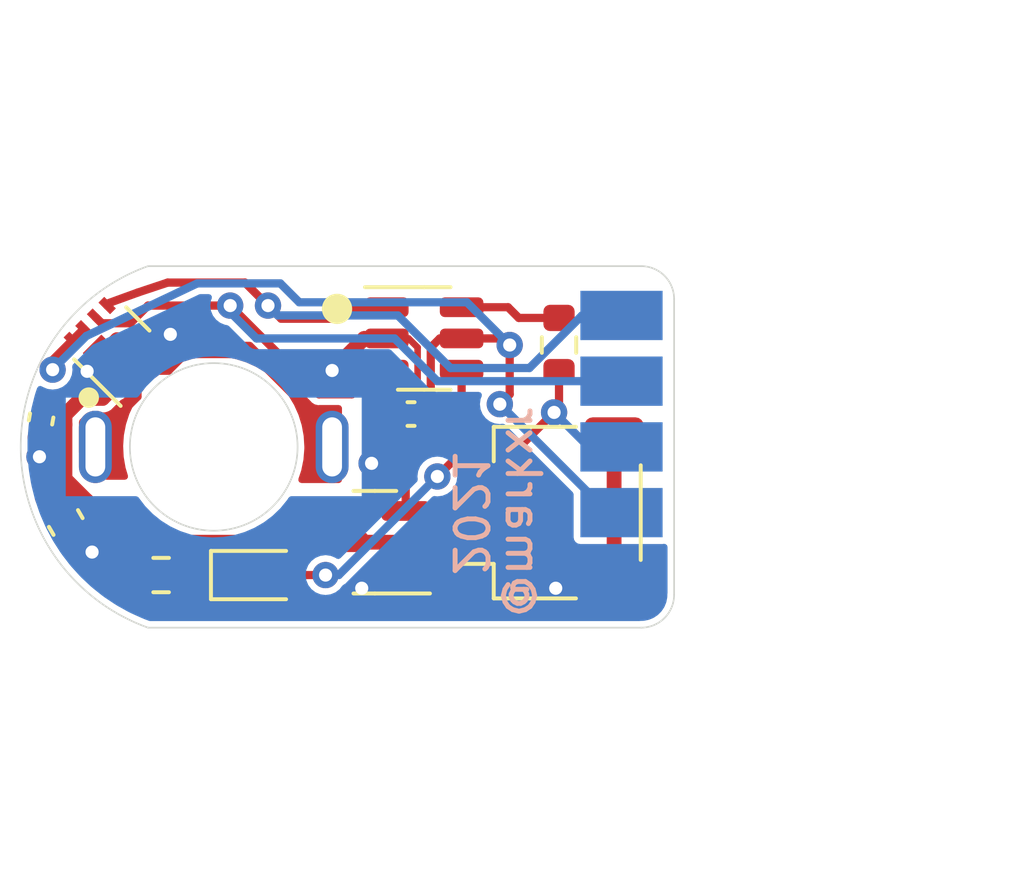
<source format=kicad_pcb>
(kicad_pcb (version 20210108) (generator pcbnew)
  (layers (0 "F.Cu" signal) (31 "B.Cu" signal) (34 "B.Paste" user) (35 "F.Paste" user) (36 "B.SilkS" user "B.Silkscreen") (37 "F.SilkS" user "F.Silkscreen") (38 "B.Mask" user) (39 "F.Mask" user) (44 "Edge.Cuts" user))
  (net 0 "")
  (net 1 "GND")
  (net 2 "VBAT")
  (net 3 "/VLOGIC")
  (net 4 "PWMIN")
  (net 5 "/MOTORF")
  (net 6 "/MOTORR")
  (net 7 "BLINKY")
  (net 8 "Net-(D1-Pad1)")
  (net 9 "/MOTOROUT1")
  (net 10 "/MOTOROUT2")
  (net 11 "/PWMR")
  (footprint "Resistor_SMD:R_0603_1608Metric" (layer "F.Cu") (at 158.4 123.9)
    (fp_text reference "R1" hide)
    (fp_text value "680R" hide)
    (fp_line (start -0.237258 0.5225) (end 0.237258 0.5225) (layer "F.SilkS") (width 0.12))
    (fp_line (start -0.237258 -0.5225) (end 0.237258 -0.5225) (layer "F.SilkS") (width 0.12))
    (pad "1" smd roundrect (at -0.825 0) (size 0.8 0.95) (layers "F.Cu" "F.Paste" "F.Mask") (net 1 "GND"))
    (pad "2" smd roundrect (at 0.825 0) (size 0.8 0.95) (layers "F.Cu" "F.Paste" "F.Mask") (net 8 "Net-(D1-Pad1)"))
  )
  (footprint "Capacitor_SMD:C_0402_1005Metric" (layer "F.Cu") (at 154.75 119.15 -100)
    (fp_text reference "C2" hide)
    (fp_text value "1uF" hide)
    (fp_line (start -0.107836 0.36) (end 0.107836 0.36) (layer "F.SilkS") (width 0.12))
    (fp_line (start -0.107836 -0.36) (end 0.107836 -0.36) (layer "F.SilkS") (width 0.12))
    (pad "1" smd roundrect (at -0.48 0 260) (size 0.56 0.62) (layers "F.Cu" "F.Paste" "F.Mask") (net 2 "VBAT"))
    (pad "2" smd roundrect (at 0.48 0 260) (size 0.56 0.62) (layers "F.Cu" "F.Paste" "F.Mask") (net 1 "GND"))
  )
  (footprint "Connector_JST:JST_SH_SM03B-SRSS-TB_1x03-1MP_P1.00mm_Horizontal" (layer "F.Cu") (at 170.3 122 90)
    (fp_text reference "J1" hide)
    (fp_text value "Servo wire input" hide)
    (fp_line (start 2.61 0.715) (end 2.61 -1.785) (layer "F.SilkS") (width 0.12))
    (fp_line (start -2.61 -1.785) (end -1.56 -1.785) (layer "F.SilkS") (width 0.12))
    (fp_line (start 2.61 -1.785) (end 1.56 -1.785) (layer "F.SilkS") (width 0.12))
    (fp_line (start -2.61 0.715) (end -2.61 -1.785) (layer "F.SilkS") (width 0.12))
    (fp_line (start -1.56 -1.785) (end -1.56 -2.775) (layer "F.SilkS") (width 0.12))
    (fp_line (start -1.44 2.685) (end 1.44 2.685) (layer "F.SilkS") (width 0.12))
    (pad "1" smd roundrect (at -1 -2 90) (size 0.6 1.55) (layers "F.Cu" "F.Paste" "F.Mask") (net 1 "GND"))
    (pad "2" smd roundrect (at 0 -2 90) (size 0.6 1.55) (layers "F.Cu" "F.Paste" "F.Mask") (net 2 "VBAT"))
    (pad "3" smd roundrect (at 1 -2 90) (size 0.6 1.55) (layers "F.Cu" "F.Paste" "F.Mask") (net 4 "PWMIN"))
    (pad "MP" smd roundrect (at -2.3 1.875 90) (size 1.2 1.8) (layers "F.Cu" "F.Paste" "F.Mask") (roundrect_rratio 0.208333) (net 1 "GND"))
    (pad "MP" smd roundrect (at 2.3 1.875 90) (size 1.2 1.8) (layers "F.Cu" "F.Paste" "F.Mask") (roundrect_rratio 0.208333) (net 1 "GND"))
  )
  (footprint "Package_TO_SOT_SMD:SOT-23" (layer "F.Cu") (at 164.9 122.9 180)
    (fp_text reference "U3" hide)
    (fp_text value "AIC1734-33GUTR" hide)
    (fp_line (start 0 -1.56) (end -1.675 -1.56) (layer "F.SilkS") (width 0.12))
    (fp_line (start 0 1.56) (end -0.65 1.56) (layer "F.SilkS") (width 0.12))
    (fp_line (start 0 -1.56) (end 0.65 -1.56) (layer "F.SilkS") (width 0.12))
    (fp_line (start 0 1.56) (end 0.65 1.56) (layer "F.SilkS") (width 0.12))
    (pad "1" smd roundrect (at -0.9375 -0.95 180) (size 1.475 0.6) (layers "F.Cu" "F.Paste" "F.Mask") (net 1 "GND"))
    (pad "2" smd roundrect (at -0.9375 0.95 180) (size 1.475 0.6) (layers "F.Cu" "F.Paste" "F.Mask") (net 3 "/VLOGIC"))
    (pad "3" smd roundrect (at 0.9375 0 180) (size 1.475 0.6) (layers "F.Cu" "F.Paste" "F.Mask") (net 2 "VBAT"))
  )
  (footprint "Capacitor_SMD:C_0402_1005Metric" (layer "F.Cu") (at 166 119 180)
    (fp_text reference "C3" hide)
    (fp_text value "1uF" hide)
    (fp_line (start -0.107836 0.36) (end 0.107836 0.36) (layer "F.SilkS") (width 0.12))
    (fp_line (start -0.107836 -0.36) (end 0.107836 -0.36) (layer "F.SilkS") (width 0.12))
    (pad "1" smd roundrect (at -0.48 0 180) (size 0.56 0.62) (layers "F.Cu" "F.Paste" "F.Mask") (net 3 "/VLOGIC"))
    (pad "2" smd roundrect (at 0.48 0 180) (size 0.56 0.62) (layers "F.Cu" "F.Paste" "F.Mask") (net 1 "GND"))
  )
  (footprint "motorback:drv8837_custom" (layer "F.Cu") (at 156.9 116.9 135)
    (fp_text reference "U1" hide)
    (fp_text value "DRV8837DSGR" hide)
    (fp_line (start -1.5 -1.12) (end 0.5 -1.12) (layer "F.SilkS") (width 0.12))
    (fp_line (start 0.5 1.12) (end -0.5 1.12) (layer "F.SilkS") (width 0.12))
    (pad "1" smd rect (at -0.95 -0.75 135) (size 0.5 0.25) (layers "F.Cu" "F.Paste" "F.Mask") (net 2 "VBAT"))
    (pad "2" smd rect (at -0.95 -0.25 135) (size 0.5 0.25) (layers "F.Cu" "F.Paste" "F.Mask") (net 9 "/MOTOROUT1"))
    (pad "3" smd rect (at -0.95 0.25 135) (size 0.5 0.25) (layers "F.Cu" "F.Paste" "F.Mask") (net 10 "/MOTOROUT2"))
    (pad "4" smd rect (at -0.95 0.75 135) (size 0.5 0.25) (layers "F.Cu" "F.Paste" "F.Mask") (net 1 "GND"))
    (pad "5" smd rect (at 0.95 0.75 135) (size 0.5 0.25) (layers "F.Cu" "F.Paste" "F.Mask") (net 6 "/MOTORR"))
    (pad "6" smd rect (at 0.95 0.25 135) (size 0.5 0.25) (layers "F.Cu" "F.Paste" "F.Mask") (net 5 "/MOTORF"))
    (pad "7" smd rect (at 0.95 -0.25 135) (size 0.5 0.25) (layers "F.Cu" "F.Paste" "F.Mask") (net 3 "/VLOGIC"))
    (pad "8" smd rect (at 0.95 -0.75 135) (size 0.5 0.25) (layers "F.Cu" "F.Paste" "F.Mask") (net 3 "/VLOGIC"))
    (pad "9" smd rect (at 0 -0.4 135) (size 0.9 0.8) (layers "F.Cu" "F.Mask") (net 1 "GND"))
  )
  (footprint "motorback:motorpad" (layer "F.Cu") (at 163.6 120)
    (fp_text reference "J3" hide)
    (fp_text value "Conn_01x01_Male" hide)
    (pad "1" thru_hole oval (at 0 0) (size 1 2.2) (drill oval 0.6 1.8) (layers *.Cu *.Mask) (net 10 "/MOTOROUT2"))
  )
  (footprint "Package_TO_SOT_SMD:SOT-23-6" (layer "F.Cu") (at 166.4 116.7)
    (fp_text reference "U2" hide)
    (fp_text value "ATtiny4-TS" hide)
    (fp_line (start 0 1.56) (end -0.8 1.56) (layer "F.SilkS") (width 0.12))
    (fp_line (start 0 -1.56) (end -1.8 -1.56) (layer "F.SilkS") (width 0.12))
    (fp_line (start 0 -1.56) (end 0.8 -1.56) (layer "F.SilkS") (width 0.12))
    (fp_line (start 0 1.56) (end 0.8 1.56) (layer "F.SilkS") (width 0.12))
    (pad "1" smd roundrect (at -1.1375 -0.95) (size 1.325 0.6) (layers "F.Cu" "F.Paste" "F.Mask") (net 6 "/MOTORR"))
    (pad "2" smd roundrect (at -1.1375 0) (size 1.325 0.6) (layers "F.Cu" "F.Paste" "F.Mask") (net 1 "GND"))
    (pad "3" smd roundrect (at -1.1375 0.95) (size 1.325 0.6) (layers "F.Cu" "F.Paste" "F.Mask") (net 5 "/MOTORF"))
    (pad "4" smd roundrect (at 1.1375 0.95) (size 1.325 0.6) (layers "F.Cu" "F.Paste" "F.Mask") (net 7 "BLINKY"))
    (pad "5" smd roundrect (at 1.1375 0) (size 1.325 0.6) (layers "F.Cu" "F.Paste" "F.Mask") (net 3 "/VLOGIC"))
    (pad "6" smd roundrect (at 1.1375 -0.95) (size 1.325 0.6) (layers "F.Cu" "F.Paste" "F.Mask") (net 11 "/PWMR"))
  )
  (footprint "Capacitor_SMD:C_0603_1608Metric" (layer "F.Cu") (at 155.5 122.3 -60)
    (fp_text reference "C1" hide)
    (fp_text value "10uF" hide)
    (fp_line (start -0.14058 0.51) (end 0.14058 0.51) (layer "F.SilkS") (width 0.12))
    (fp_line (start -0.14058 -0.51) (end 0.14058 -0.51) (layer "F.SilkS") (width 0.12))
    (pad "1" smd roundrect (at -0.775 0 300) (size 0.9 0.95) (layers "F.Cu" "F.Paste" "F.Mask") (net 2 "VBAT"))
    (pad "2" smd roundrect (at 0.775 0 300) (size 0.9 0.95) (layers "F.Cu" "F.Paste" "F.Mask") (net 1 "GND"))
  )
  (footprint "Resistor_SMD:R_0603_1608Metric" (layer "F.Cu") (at 170.5 116.9 90)
    (fp_text reference "R2" hide)
    (fp_text value "680R" hide)
    (fp_line (start -0.237258 0.5225) (end 0.237258 0.5225) (layer "F.SilkS") (width 0.12))
    (fp_line (start -0.237258 -0.5225) (end 0.237258 -0.5225) (layer "F.SilkS") (width 0.12))
    (pad "1" smd roundrect (at -0.825 0 90) (size 0.8 0.95) (layers "F.Cu" "F.Paste" "F.Mask") (net 4 "PWMIN"))
    (pad "2" smd roundrect (at 0.825 0 90) (size 0.8 0.95) (layers "F.Cu" "F.Paste" "F.Mask") (net 11 "/PWMR"))
  )
  (footprint "motorback:motorpad" (layer "F.Cu") (at 156.4 120)
    (fp_text reference "J2" hide)
    (fp_text value "Conn_01x01_Male" hide)
    (pad "1" thru_hole oval (at 0 0) (size 1 2.2) (drill oval 0.6 1.8) (layers *.Cu *.Mask) (net 9 "/MOTOROUT1"))
  )
  (footprint "LED_SMD:LED_0603_1608Metric" (layer "F.Cu") (at 161.4 123.9)
    (fp_text reference "D1" hide)
    (fp_text value "LED" hide)
    (fp_line (start -1.485 0.735) (end 0.8 0.735) (layer "F.SilkS") (width 0.12))
    (fp_line (start 0.8 -0.735) (end -1.485 -0.735) (layer "F.SilkS") (width 0.12))
    (fp_line (start -1.485 -0.735) (end -1.485 0.735) (layer "F.SilkS") (width 0.12))
    (pad "1" smd roundrect (at -0.7875 0) (size 0.875 0.95) (layers "F.Cu" "F.Paste" "F.Mask") (net 8 "Net-(D1-Pad1)"))
    (pad "2" smd roundrect (at 0.7875 0) (size 0.875 0.95) (layers "F.Cu" "F.Paste" "F.Mask") (net 7 "BLINKY"))
  )
  (footprint "motorback:pogopins_5" (layer "B.Cu") (at 172.4 120 90)
    (fp_text reference "J4" hide)
    (fp_text value "prog_pins" hide)
    (pad "1" smd rect (at -4 0 90) (size 1.5 2.5) (layers "B.Cu" "B.Paste" "B.Mask") (net 1 "GND"))
    (pad "2" smd rect (at -2 0 90) (size 1.5 2.5) (layers "B.Cu" "B.Paste" "B.Mask") (net 3 "/VLOGIC"))
    (pad "3" smd rect (at 0 0 90) (size 1.5 2.5) (layers "B.Cu" "B.Paste" "B.Mask") (net 4 "PWMIN"))
    (pad "4" smd rect (at 2 0 90) (size 1.5 2.5) (layers "B.Cu" "B.Paste" "B.Mask") (net 5 "/MOTORF"))
    (pad "5" smd rect (at 4 0 90) (size 1.5 2.5) (layers "B.Cu" "B.Paste" "B.Mask") (net 6 "/MOTORR"))
  )
  (gr_circle (center 163.75 115.8) (end 164.15 115.8) (layer "F.SilkS") (width 0.12) (fill solid))
  (gr_circle (center 156.2 118.5) (end 156.45 118.5) (layer "F.SilkS") (width 0.12) (fill solid))
  (gr_arc (start 173 115.5) (end 174 115.5) (angle -90) (layer "Edge.Cuts") (width 0.05))
  (gr_arc (start 159.972702 120) (end 158 114.5) (angle -140.5369116) (layer "Edge.Cuts") (width 0.05))
  (gr_line (start 158 114.5) (end 173 114.5) (layer "Edge.Cuts") (width 0.05))
  (gr_circle (center 160 120) (end 162.55 120) (layer "Edge.Cuts") (width 0.05) (fill none))
  (gr_line (start 174 115.5) (end 174 124.5) (layer "Edge.Cuts") (width 0.05))
  (gr_arc (start 173 124.5) (end 173 125.5) (angle -90) (layer "Edge.Cuts") (width 0.05))
  (gr_line (start 158 125.5) (end 173 125.5) (layer "Edge.Cuts") (width 0.05))
  (gr_text "@markxr\n2021" (at 168.6 122 270) (layer "B.SilkS") (effects (font (size 1 1)) (justify mirror)))
  (segment (start 156.875 123.2) (end 157.575 123.9) (width 0.45) (layer "F.Cu") (net 1))
  (segment (start 165.2625 116.7) (end 164.57501 116.7) (width 0.45) (layer "F.Cu") (net 1))
  (segment (start 168.3 123) (end 169.1 123) (width 0.45) (layer "F.Cu") (net 1))
  (segment (start 164.95 123.85) (end 164.5 124.3) (width 0.45) (layer "F.Cu") (net 1))
  (segment (start 158.68014 116.57501) (end 158.568493 116.57501) (width 0.45) (layer "F.Cu") (net 1))
  (segment (start 165.52 119) (end 165.1 119) (width 0.2) (layer "F.Cu") (net 1))
  (segment (start 165.52 119) (end 165.5 119.02) (width 0.2) (layer "F.Cu") (net 1))
  (segment (start 165.925 116.7) (end 165.2625 116.7) (width 0.2) (layer "F.Cu") (net 1))
  (segment (start 158.102082 116.902082) (end 158.102082 117.041421) (width 0.45) (layer "F.Cu") (net 1))
  (segment (start 168.3 123) (end 167.4 123.9) (width 0.45) (layer "F.Cu") (net 1))
  (segment (start 166.2 116.975) (end 165.925 116.7) (width 0.2) (layer "F.Cu") (net 1))
  (segment (start 166.2 118.32) (end 166.2 116.975) (width 0.2) (layer "F.Cu") (net 1))
  (segment (start 157.938114 116.738114) (end 158.102082 116.902082) (width 0.45) (layer "F.Cu") (net 1))
  (segment (start 170.4 124.3) (end 172.175 124.3) (width 0.45) (layer "F.Cu") (net 1))
  (segment (start 165.8875 123.9) (end 165.8375 123.85) (width 0.45) (layer "F.Cu") (net 1))
  (segment (start 156.617157 117.182843) (end 157.061886 116.738114) (width 0.45) (layer "F.Cu") (net 1))
  (segment (start 165.1 119) (end 164.8 119.3) (width 0.2) (layer "F.Cu") (net 1))
  (segment (start 156.3 123.2) (end 156.875 123.2) (width 0.45) (layer "F.Cu") (net 1))
  (segment (start 164.57501 116.7) (end 163.6 117.67501) (width 0.45) (layer "F.Cu") (net 1))
  (segment (start 157.061886 116.738114) (end 157.938114 116.738114) (width 0.45) (layer "F.Cu") (net 1))
  (segment (start 172.175 124.3) (end 172.175 119.7) (width 0.45) (layer "F.Cu") (net 1))
  (segment (start 165.52 119) (end 166.2 118.32) (width 0.2) (layer "F.Cu") (net 1))
  (segment (start 165.8375 123.85) (end 164.95 123.85) (width 0.45) (layer "F.Cu") (net 1))
  (segment (start 169.1 123) (end 170.4 124.3) (width 0.45) (layer "F.Cu") (net 1))
  (segment (start 167.4 123.9) (end 165.8875 123.9) (width 0.45) (layer "F.Cu") (net 1))
  (segment (start 154.666649 119.622708) (end 154.666649 120.266649) (width 0.45) (layer "F.Cu") (net 1))
  (segment (start 156.15 117.65) (end 156.15 117.7) (width 0.2) (layer "F.Cu") (net 1))
  (segment (start 154.666649 120.266649) (end 154.7 120.3) (width 0.45) (layer "F.Cu") (net 1))
  (segment (start 156.617157 117.182843) (end 156.15 117.65) (width 0.2) (layer "F.Cu") (net 1))
  (segment (start 164.8 119.3) (end 164.8 120.5) (width 0.2) (layer "F.Cu") (net 1))
  (segment (start 158.568493 116.57501) (end 158.102082 117.041421) (width 0.45) (layer "F.Cu") (net 1))
  (via (at 164.5 124.3) (size 0.8) (drill 0.4) (layers "F.Cu" "B.Cu") (net 1))
  (via (at 156.3 123.2) (size 0.8) (drill 0.4) (layers "F.Cu" "B.Cu") (net 1))
  (via (at 158.68014 116.57501) (size 0.8) (drill 0.4) (layers "F.Cu" "B.Cu") (net 1))
  (via (at 156.15 117.7) (size 0.8) (drill 0.4) (layers "F.Cu" "B.Cu") (net 1))
  (via (at 163.6 117.67501) (size 0.8) (drill 0.4) (layers "F.Cu" "B.Cu") (net 1))
  (via (at 164.8 120.5) (size 0.8) (drill 0.4) (layers "F.Cu" "B.Cu") (net 1))
  (via (at 170.4 124.3) (size 0.8) (drill 0.4) (layers "F.Cu" "B.Cu") (net 1))
  (via (at 154.7 120.3) (size 0.8) (drill 0.4) (layers "F.Cu" "B.Cu") (net 1))
  (segment (start 167.267492 122) (end 166.367492 122.9) (width 0.45) (layer "F.Cu") (net 2))
  (segment (start 156.35 121.85) (end 155.475001 120.975001) (width 0.45) (layer "F.Cu") (net 2))
  (segment (start 155.475001 121.266329) (end 155.475001 120.975001) (width 0.45) (layer "F.Cu") (net 2))
  (segment (start 155.1125 121.62883) (end 156.12883 121.62883) (width 0.45) (layer "F.Cu") (net 2))
  (segment (start 156.618523 118.52498) (end 155.97502 118.52498) (width 0.45) (layer "F.Cu") (net 2))
  (segment (start 156.12883 121.62883) (end 156.35 121.85) (width 0.45) (layer "F.Cu") (net 2))
  (segment (start 155.475001 119.318942) (end 155.475001 119.024999) (width 0.45) (layer "F.Cu") (net 2))
  (segment (start 163.9625 122.9) (end 157.7875 122.9) (width 0.45) (layer "F.Cu") (net 2))
  (segment (start 154.833351 118.677292) (end 155.475001 119.318942) (width 0.45) (layer "F.Cu") (net 2))
  (segment (start 166.367492 122.9) (end 163.9625 122.9) (width 0.45) (layer "F.Cu") (net 2))
  (segment (start 156.9875 122.1) (end 156.6 122.1) (width 0.45) (layer "F.Cu") (net 2))
  (segment (start 155.1125 121.62883) (end 155.475001 121.266329) (width 0.45) (layer "F.Cu") (net 2))
  (segment (start 155.475001 120.975001) (end 155.475001 119.318942) (width 0.45) (layer "F.Cu") (net 2))
  (segment (start 168.3 122) (end 167.267492 122) (width 0.45) (layer "F.Cu") (net 2))
  (segment (start 157.041421 118.102082) (end 156.618523 118.52498) (width 0.45) (layer "F.Cu") (net 2))
  (segment (start 157.7875 122.9) (end 156.9875 122.1) (width 0.45) (layer "F.Cu") (net 2))
  (segment (start 155.475001 119.024999) (end 155.97502 118.52498) (width 0.45) (layer "F.Cu") (net 2))
  (segment (start 156.6 122.1) (end 156.35 121.85) (width 0.45) (layer "F.Cu") (net 2))
  (segment (start 166.48 119) (end 165.8375 119.6425) (width 0.25) (layer "F.Cu") (net 3))
  (segment (start 155.697918 116.758579) (end 155.1 117.356497) (width 0.25) (layer "F.Cu") (net 3))
  (segment (start 166.875 116.7) (end 166.6 116.975) (width 0.25) (layer "F.Cu") (net 3))
  (segment (start 165.8375 119.6425) (end 165.8375 121.95) (width 0.25) (layer "F.Cu") (net 3))
  (segment (start 168.8 116.7) (end 169 116.9) (width 0.25) (layer "F.Cu") (net 3))
  (segment (start 155.1 117.356497) (end 155.1 117.65) (width 0.25) (layer "F.Cu") (net 3))
  (segment (start 167.5375 116.7) (end 168.8 116.7) (width 0.25) (layer "F.Cu") (net 3))
  (segment (start 156.051472 116.405025) (end 155.697918 116.758579) (width 0.25) (layer "F.Cu") (net 3))
  (segment (start 166.6 118.88) (end 166.48 119) (width 0.25) (layer "F.Cu") (net 3))
  (segment (start 169 116.9) (end 169 118.4) (width 0.25) (layer "F.Cu") (net 3))
  (segment (start 167.5375 116.7) (end 166.875 116.7) (width 0.25) (layer "F.Cu") (net 3))
  (segment (start 169 118.4) (end 168.7 118.7) (width 0.25) (layer "F.Cu") (net 3))
  (segment (start 166.6 116.975) (end 166.6 118.88) (width 0.25) (layer "F.Cu") (net 3))
  (via (at 169 116.9) (size 0.8) (drill 0.4) (layers "F.Cu" "B.Cu") (net 3))
  (via (at 155.1 117.65) (size 0.8) (drill 0.4) (layers "F.Cu" "B.Cu") (net 3))
  (via (at 168.7 118.7) (size 0.8) (drill 0.4) (layers "F.Cu" "B.Cu") (net 3))
  (segment (start 168.7 118.7) (end 172 122) (width 0.25) (layer "B.Cu") (net 3))
  (segment (start 156.125 116.625) (end 155.1 117.65) (width 0.25) (layer "B.Cu") (net 3))
  (segment (start 172 122) (end 172.4 122) (width 0.25) (layer "B.Cu") (net 3))
  (segment (start 162.6 115.6) (end 162.024989 115.024989) (width 0.25) (layer "B.Cu") (net 3))
  (segment (start 169 116.9) (end 167.7 115.6) (width 0.25) (layer "B.Cu") (net 3))
  (segment (start 159.5 115.024989) (end 156.125 116.625) (width 0.25) (layer "B.Cu") (net 3))
  (segment (start 167.7 115.6) (end 162.6 115.6) (width 0.25) (layer "B.Cu") (net 3))
  (segment (start 162.024989 115.024989) (end 159.5 115.024989) (width 0.25) (layer "B.Cu") (net 3))
  (segment (start 170.35 118.95) (end 170.5 118.8) (width 0.25) (layer "F.Cu") (net 4))
  (segment (start 170.5 118.8) (end 170.5 117.725) (width 0.25) (layer "F.Cu") (net 4))
  (segment (start 168.3 121) (end 170.35 118.95) (width 0.25) (layer "F.Cu") (net 4))
  (via (at 170.35 118.95) (size 0.8) (drill 0.4) (layers "F.Cu" "B.Cu") (net 4))
  (segment (start 172.4 120) (end 171.4 120) (width 0.25) (layer "B.Cu") (net 4))
  (segment (start 171.4 120) (end 170.35 118.95) (width 0.25) (layer "B.Cu") (net 4))
  (segment (start 156.405025 116.051472) (end 156.591656 116.238103) (width 0.25) (layer "F.Cu") (net 5))
  (segment (start 158.000996 115.7) (end 160.5 115.7) (width 0.25) (layer "F.Cu") (net 5))
  (segment (start 157.462893 116.238103) (end 158.000996 115.7) (width 0.25) (layer "F.Cu") (net 5))
  (segment (start 164.95 117.65) (end 164.2 118.4) (width 0.25) (layer "F.Cu") (net 5))
  (segment (start 156.591656 116.238103) (end 157.462893 116.238103) (width 0.25) (layer "F.Cu") (net 5))
  (segment (start 164.2 118.4) (end 163.2 118.4) (width 0.25) (layer "F.Cu") (net 5))
  (segment (start 163.2 118.4) (end 163.150011 118.350011) (width 0.25) (layer "F.Cu") (net 5))
  (segment (start 165.2625 117.65) (end 164.95 117.65) (width 0.25) (layer "F.Cu") (net 5))
  (segment (start 163.2 118.4) (end 160.5 115.7) (width 0.25) (layer "F.Cu") (net 5))
  (via (at 160.5 115.7) (size 0.8) (drill 0.4) (layers "F.Cu" "B.Cu") (net 5))
  (segment (start 160.5 115.7) (end 160.5 115.9) (width 0.25) (layer "B.Cu") (net 5))
  (segment (start 166.8 118) (end 172.4 118) (width 0.25) (layer "B.Cu") (net 5))
  (segment (start 165.5 116.7) (end 166.8 118) (width 0.25) (layer "B.Cu") (net 5))
  (segment (start 161.3 116.7) (end 165.5 116.7) (width 0.25) (layer "B.Cu") (net 5))
  (segment (start 160.5 115.9) (end 161.3 116.7) (width 0.25) (layer "B.Cu") (net 5))
  (segment (start 162.05 116.1) (end 161.65 115.7) (width 0.25) (layer "F.Cu") (net 6))
  (segment (start 163.95 115.75) (end 163.6 116.1) (width 0.25) (layer "F.Cu") (net 6))
  (segment (start 157.7 115.3) (end 156.758579 115.641421) (width 0.25) (layer "F.Cu") (net 6))
  (segment (start 158.6 115) (end 157.7 115.3) (width 0.25) (layer "F.Cu") (net 6))
  (segment (start 165.2625 115.75) (end 163.95 115.75) (width 0.25) (layer "F.Cu") (net 6))
  (segment (start 160.95 115) (end 158.6 115) (width 0.25) (layer "F.Cu") (net 6))
  (segment (start 163.6 116.1) (end 162.05 116.1) (width 0.25) (layer "F.Cu") (net 6))
  (segment (start 161.65 115.7) (end 160.95 115) (width 0.25) (layer "F.Cu") (net 6))
  (segment (start 156.758579 115.641421) (end 156.758579 115.697918) (width 0.25) (layer "F.Cu") (net 6))
  (via (at 161.65 115.7) (size 0.8) (drill 0.4) (layers "F.Cu" "B.Cu") (net 6))
  (segment (start 172.4 116) (end 171.2 116) (width 0.25) (layer "B.Cu") (net 6))
  (segment (start 161.950011 116.000011) (end 161.65 115.7) (width 0.25) (layer "B.Cu") (net 6))
  (segment (start 171.2 116) (end 169.6 117.6) (width 0.25) (layer "B.Cu") (net 6))
  (segment (start 169.6 117.6) (end 167.2 117.6) (width 0.25) (layer "B.Cu") (net 6))
  (segment (start 167.2 117.6) (end 165.600011 116.000011) (width 0.25) (layer "B.Cu") (net 6))
  (segment (start 165.600011 116.000011) (end 161.950011 116.000011) (width 0.25) (layer "B.Cu") (net 6))
  (segment (start 166.8 120.9) (end 167.464631 120.235369) (width 0.25) (layer "F.Cu") (net 7))
  (segment (start 162.1875 123.9) (end 163.4 123.9) (width 0.25) (layer "F.Cu") (net 7))
  (segment (start 167.5375 118.657864) (end 167.464631 118.730733) (width 0.25) (layer "F.Cu") (net 7))
  (segment (start 167.464631 120.235369) (end 167.464631 118.730733) (width 0.25) (layer "F.Cu") (net 7))
  (segment (start 167.5375 117.65) (end 167.5375 118.657864) (width 0.25) (layer "F.Cu") (net 7))
  (via (at 163.4 123.9) (size 0.8) (drill 0.4) (layers "F.Cu" "B.Cu") (net 7))
  (via (at 166.8 120.9) (size 0.8) (drill 0.4) (layers "F.Cu" "B.Cu") (net 7))
  (segment (start 163.8 123.9) (end 166.8 120.9) (width 0.25) (layer "B.Cu") (net 7))
  (segment (start 163.4 123.9) (end 163.8 123.9) (width 0.25) (layer "B.Cu") (net 7))
  (segment (start 159.225 123.9) (end 160.6125 123.9) (width 0.25) (layer "F.Cu") (net 8))
  (segment (start 156.4 119.75) (end 156.4 120) (width 0.25) (layer "F.Cu") (net 9))
  (segment (start 157.681596 118.035149) (end 157.681596 118.468404) (width 0.25) (layer "F.Cu") (net 9))
  (segment (start 157.394975 117.748528) (end 157.681596 118.035149) (width 0.25) (layer "F.Cu") (net 9))
  (segment (start 157.681596 118.468404) (end 156.4 119.75) (width 0.25) (layer "F.Cu") (net 9))
  (segment (start 157.748528 117.394975) (end 158.035149 117.681596) (width 0.25) (layer "F.Cu") (net 10))
  (segment (start 163.1 119.1) (end 163.1 120) (width 0.25) (layer "F.Cu") (net 10))
  (segment (start 161.175024 117.175024) (end 163.1 119.1) (width 0.25) (layer "F.Cu") (net 10))
  (segment (start 158.035149 117.681596) (end 158.618404 117.681596) (width 0.25) (layer "F.Cu") (net 10))
  (segment (start 158.618404 117.681596) (end 159.124976 117.175024) (width 0.25) (layer "F.Cu") (net 10))
  (segment (start 159.124976 117.175024) (end 161.175024 117.175024) (width 0.25) (layer "F.Cu") (net 10))
  (segment (start 170.5 116.075) (end 169.275 116.075) (width 0.25) (layer "F.Cu") (net 11))
  (segment (start 169.275 116.075) (end 168.95 115.75) (width 0.25) (layer "F.Cu") (net 11))
  (segment (start 168.95 115.75) (end 167.5375 115.75) (width 0.25) (layer "F.Cu") (net 11))
  (zone (net 9) (net_name "/MOTOROUT1") (layer "F.Cu") (connect_pads yes (clearance 0.2)) (min_thickness 0.2) (fill yes (thermal_gap 0.508) (thermal_bridge_width 0.508))
    (polygon (pts (xy 157.816093 118.091693) (xy 158.555459 118.736755) (xy 157.8 121) (xy 156.7 121) (xy 155.2 119.5) (xy 157.160634 117.554938)))
  )
  (zone (net 10) (net_name "/MOTOROUT2") (layer "F.Cu") (connect_pads yes (clearance 0.2)) (min_thickness 0.2) (fill yes (thermal_gap 0.508) (thermal_bridge_width 0.508))
    (polygon (pts (xy 163.9 118.5) (xy 163.9 121.1) (xy 162.3 121.1) (xy 162.3 119.3) (xy 158.443261 118.256739) (xy 157.543261 117.356739) (xy 158.1 116.8) (xy 162.4 116.8)))
  )
  (zone (net 0) (net_name "") (layer "B.Cu") (connect_pads yes (clearance 0)) (min_thickness 0.2)
    (keepout (tracks allowed) (vias allowed) (pads allowed) (copperpour not_allowed) (footprints allowed))
    (fill (thermal_gap 0.508) (thermal_bridge_width 0.508))
    (polygon (pts (xy 164.5 121.5) (xy 155.5 121.5) (xy 155.5 118.5) (xy 164.5 118.5)))
  )
  (zone (net 1) (net_name "GND") (layer "B.Cu") (connect_pads yes (clearance 0.2)) (min_thickness 0.2) (fill yes (thermal_gap 0.508) (thermal_bridge_width 0.508))
    (polygon (pts (xy 176 125.5) (xy 153.5 125.5) (xy 153.5 114.5) (xy 176 114.5)))
  )
)
</source>
